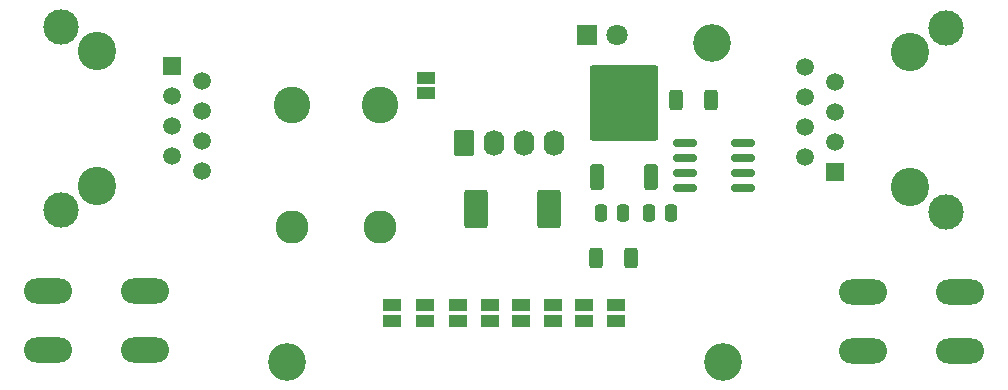
<source format=gts>
G04 #@! TF.GenerationSoftware,KiCad,Pcbnew,8.0.0*
G04 #@! TF.CreationDate,2024-08-30T12:49:36-05:00*
G04 #@! TF.ProjectId,led_segment,6c65645f-7365-4676-9d65-6e742e6b6963,rev?*
G04 #@! TF.SameCoordinates,Original*
G04 #@! TF.FileFunction,Soldermask,Top*
G04 #@! TF.FilePolarity,Negative*
%FSLAX46Y46*%
G04 Gerber Fmt 4.6, Leading zero omitted, Abs format (unit mm)*
G04 Created by KiCad (PCBNEW 8.0.0) date 2024-08-30 12:49:36*
%MOMM*%
%LPD*%
G01*
G04 APERTURE LIST*
G04 Aperture macros list*
%AMRoundRect*
0 Rectangle with rounded corners*
0 $1 Rounding radius*
0 $2 $3 $4 $5 $6 $7 $8 $9 X,Y pos of 4 corners*
0 Add a 4 corners polygon primitive as box body*
4,1,4,$2,$3,$4,$5,$6,$7,$8,$9,$2,$3,0*
0 Add four circle primitives for the rounded corners*
1,1,$1+$1,$2,$3*
1,1,$1+$1,$4,$5*
1,1,$1+$1,$6,$7*
1,1,$1+$1,$8,$9*
0 Add four rect primitives between the rounded corners*
20,1,$1+$1,$2,$3,$4,$5,0*
20,1,$1+$1,$4,$5,$6,$7,0*
20,1,$1+$1,$6,$7,$8,$9,0*
20,1,$1+$1,$8,$9,$2,$3,0*%
G04 Aperture macros list end*
%ADD10C,3.200000*%
%ADD11RoundRect,0.250000X0.312500X0.625000X-0.312500X0.625000X-0.312500X-0.625000X0.312500X-0.625000X0*%
%ADD12R,1.800000X1.800000*%
%ADD13C,1.800000*%
%ADD14RoundRect,0.250000X-0.312500X-0.625000X0.312500X-0.625000X0.312500X0.625000X-0.312500X0.625000X0*%
%ADD15R,1.500000X1.000000*%
%ADD16C,2.804000*%
%ADD17C,3.104000*%
%ADD18O,4.064800X2.134400*%
%ADD19C,3.250000*%
%ADD20R,1.500000X1.500000*%
%ADD21C,1.500000*%
%ADD22C,3.000000*%
%ADD23RoundRect,0.250000X-0.250000X-0.475000X0.250000X-0.475000X0.250000X0.475000X-0.250000X0.475000X0*%
%ADD24RoundRect,0.150000X-0.825000X-0.150000X0.825000X-0.150000X0.825000X0.150000X-0.825000X0.150000X0*%
%ADD25RoundRect,0.250000X0.750000X1.400000X-0.750000X1.400000X-0.750000X-1.400000X0.750000X-1.400000X0*%
%ADD26RoundRect,0.250000X0.350000X-0.850000X0.350000X0.850000X-0.350000X0.850000X-0.350000X-0.850000X0*%
%ADD27RoundRect,0.249997X2.650003X-2.950003X2.650003X2.950003X-2.650003X2.950003X-2.650003X-2.950003X0*%
%ADD28RoundRect,0.250000X-0.620000X-0.845000X0.620000X-0.845000X0.620000X0.845000X-0.620000X0.845000X0*%
%ADD29O,1.740000X2.190000*%
G04 APERTURE END LIST*
D10*
X204100000Y-123300000D03*
X168100000Y-150300000D03*
X205000000Y-150300000D03*
D11*
X204000000Y-128100000D03*
X201075000Y-128100000D03*
D12*
X193525000Y-122600000D03*
D13*
X196065000Y-122600000D03*
D14*
X194325000Y-141500000D03*
X197250000Y-141500000D03*
D15*
X177038000Y-146827000D03*
X177038000Y-145527000D03*
X187960000Y-146827000D03*
X187960000Y-145527000D03*
D16*
X176024000Y-138881000D03*
D17*
X176024000Y-128581000D03*
D16*
X168524000Y-138881000D03*
D17*
X168524000Y-128581000D03*
D18*
X156090000Y-149276000D03*
X147890000Y-149276000D03*
X156090000Y-144276000D03*
X147890000Y-144276000D03*
D15*
X179832000Y-146827000D03*
X179832000Y-145527000D03*
D19*
X220900000Y-135530000D03*
X220900000Y-124100000D03*
D20*
X214550000Y-134260000D03*
D21*
X212010000Y-132990000D03*
X214550000Y-131720000D03*
X212010000Y-130450000D03*
X214550000Y-129180000D03*
X212010000Y-127910000D03*
X214550000Y-126640000D03*
X212010000Y-125370000D03*
D22*
X223950000Y-137585000D03*
X223950000Y-122045000D03*
D23*
X194698000Y-137742000D03*
X196598000Y-137742000D03*
D24*
X201797000Y-131773000D03*
X201797000Y-133043000D03*
X201797000Y-134313000D03*
X201797000Y-135583000D03*
X206747000Y-135583000D03*
X206747000Y-134313000D03*
X206747000Y-133043000D03*
X206747000Y-131773000D03*
D23*
X198750000Y-137742000D03*
X200650000Y-137742000D03*
D25*
X184098000Y-137352000D03*
X190298000Y-137352000D03*
D18*
X216882000Y-144349984D03*
X225082000Y-144349984D03*
X216882000Y-149349984D03*
X225082000Y-149349984D03*
D15*
X193294000Y-146812000D03*
X193294000Y-145512000D03*
X182626000Y-146827000D03*
X182626000Y-145527000D03*
D26*
X194378000Y-134694000D03*
D27*
X196658000Y-128394000D03*
D26*
X198938000Y-134694000D03*
D15*
X179900000Y-126250000D03*
X179900000Y-127550000D03*
X195961000Y-146827000D03*
X195961000Y-145527000D03*
D19*
X152000000Y-124000000D03*
X152000000Y-135430000D03*
D20*
X158350000Y-125270000D03*
D21*
X160890000Y-126540000D03*
X158350000Y-127810000D03*
X160890000Y-129080000D03*
X158350000Y-130350000D03*
X160890000Y-131620000D03*
X158350000Y-132890000D03*
X160890000Y-134160000D03*
D22*
X148950000Y-121945000D03*
X148950000Y-137485000D03*
D28*
X183134000Y-131776500D03*
D29*
X185674000Y-131776500D03*
X188214000Y-131776500D03*
X190754000Y-131776500D03*
D15*
X190627000Y-146812000D03*
X190627000Y-145512000D03*
X185278000Y-146827000D03*
X185278000Y-145527000D03*
M02*

</source>
